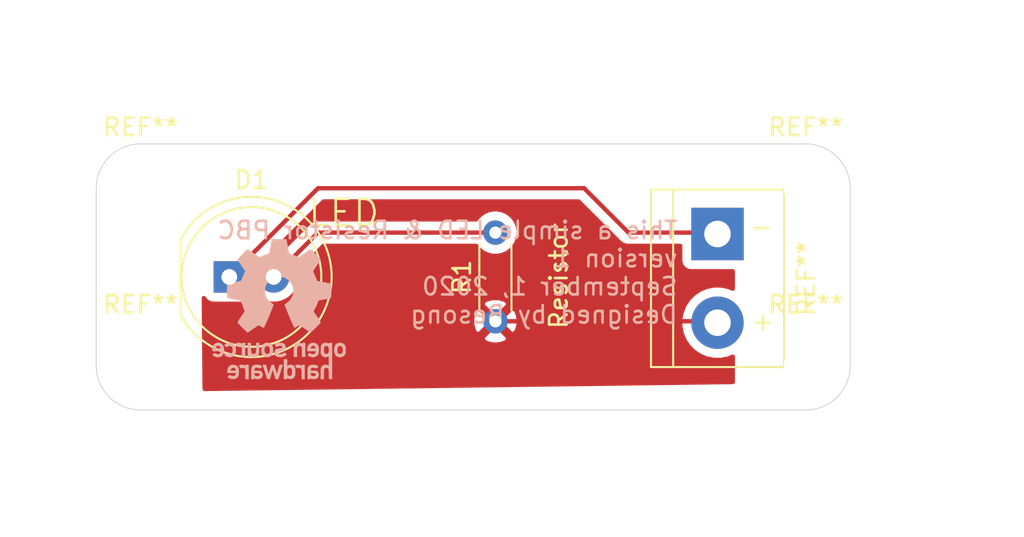
<source format=kicad_pcb>
(kicad_pcb (version 20171130) (host pcbnew "(5.1.6)-1")

  (general
    (thickness 1.6)
    (drawings 16)
    (tracks 7)
    (zones 0)
    (modules 8)
    (nets 4)
  )

  (page A4)
  (title_block
    (title "A very simple PCB")
    (date 2020-09-02)
    (rev 1.0)
    (company "Yokohama National University")
    (comment 1 "Besong J. E.")
    (comment 2 "This is my first Kicad Designer")
  )

  (layers
    (0 F.Cu signal)
    (31 B.Cu signal)
    (32 B.Adhes user)
    (33 F.Adhes user)
    (34 B.Paste user)
    (35 F.Paste user)
    (36 B.SilkS user)
    (37 F.SilkS user)
    (38 B.Mask user)
    (39 F.Mask user)
    (40 Dwgs.User user)
    (41 Cmts.User user)
    (42 Eco1.User user)
    (43 Eco2.User user)
    (44 Edge.Cuts user)
    (45 Margin user)
    (46 B.CrtYd user)
    (47 F.CrtYd user)
    (48 B.Fab user)
    (49 F.Fab user)
  )

  (setup
    (last_trace_width 0.25)
    (trace_clearance 0.2)
    (zone_clearance 0.508)
    (zone_45_only no)
    (trace_min 0.2)
    (via_size 0.8)
    (via_drill 0.4)
    (via_min_size 0.4)
    (via_min_drill 0.3)
    (uvia_size 0.3)
    (uvia_drill 0.1)
    (uvias_allowed no)
    (uvia_min_size 0.2)
    (uvia_min_drill 0.1)
    (edge_width 0.05)
    (segment_width 0.2)
    (pcb_text_width 0.3)
    (pcb_text_size 1.5 1.5)
    (mod_edge_width 0.12)
    (mod_text_size 1 1)
    (mod_text_width 0.15)
    (pad_size 3 3)
    (pad_drill 1.52)
    (pad_to_mask_clearance 0.05)
    (aux_axis_origin 0 0)
    (visible_elements 7FFFFFFF)
    (pcbplotparams
      (layerselection 0x010fc_ffffffff)
      (usegerberextensions false)
      (usegerberattributes true)
      (usegerberadvancedattributes true)
      (creategerberjobfile true)
      (excludeedgelayer true)
      (linewidth 0.100000)
      (plotframeref false)
      (viasonmask false)
      (mode 1)
      (useauxorigin false)
      (hpglpennumber 1)
      (hpglpenspeed 20)
      (hpglpendiameter 15.000000)
      (psnegative false)
      (psa4output false)
      (plotreference true)
      (plotvalue true)
      (plotinvisibletext false)
      (padsonsilk false)
      (subtractmaskfromsilk false)
      (outputformat 1)
      (mirror false)
      (drillshape 0)
      (scaleselection 1)
      (outputdirectory ""))
  )

  (net 0 "")
  (net 1 GND)
  (net 2 "Net-(D1-Pad2)")
  (net 3 +5V)

  (net_class Default "This is the default net class."
    (clearance 0.2)
    (trace_width 0.25)
    (via_dia 0.8)
    (via_drill 0.4)
    (uvia_dia 0.3)
    (uvia_drill 0.1)
    (add_net +5V)
    (add_net GND)
    (add_net "Net-(D1-Pad2)")
  )

  (module TerminalBlock:TerminalBlock_bornier-2_P5.08mm (layer F.Cu) (tedit 5F5B6B78) (tstamp 5F4F3479)
    (at 106.7 109.3 270)
    (descr "simple 2-pin terminal block, pitch 5.08mm, revamped version of bornier2")
    (tags "terminal block bornier2")
    (fp_text reference REF** (at 2.54 -5.08 90) (layer F.SilkS)
      (effects (font (size 1 1) (thickness 0.15)))
    )
    (fp_text value TerminalBlock_bornier-2_P5.08mm (at 2.54 5.08 90) (layer F.Fab)
      (effects (font (size 1 1) (thickness 0.15)))
    )
    (fp_line (start 7.79 4) (end -2.71 4) (layer F.CrtYd) (width 0.05))
    (fp_line (start 7.79 4) (end 7.79 -4) (layer F.CrtYd) (width 0.05))
    (fp_line (start -2.71 -4) (end -2.71 4) (layer F.CrtYd) (width 0.05))
    (fp_line (start -2.71 -4) (end 7.79 -4) (layer F.CrtYd) (width 0.05))
    (fp_line (start -2.54 3.81) (end 7.62 3.81) (layer F.SilkS) (width 0.12))
    (fp_line (start -2.54 -3.81) (end -2.54 3.81) (layer F.SilkS) (width 0.12))
    (fp_line (start 7.62 -3.81) (end -2.54 -3.81) (layer F.SilkS) (width 0.12))
    (fp_line (start 7.62 3.81) (end 7.62 -3.81) (layer F.SilkS) (width 0.12))
    (fp_line (start 7.62 2.54) (end -2.54 2.54) (layer F.SilkS) (width 0.12))
    (fp_line (start 7.54 -3.75) (end -2.46 -3.75) (layer F.Fab) (width 0.1))
    (fp_line (start 7.54 3.75) (end 7.54 -3.75) (layer F.Fab) (width 0.1))
    (fp_line (start -2.46 3.75) (end 7.54 3.75) (layer F.Fab) (width 0.1))
    (fp_line (start -2.46 -3.75) (end -2.46 3.75) (layer F.Fab) (width 0.1))
    (fp_line (start -2.41 2.55) (end 7.49 2.55) (layer F.Fab) (width 0.1))
    (fp_text user %R (at 2.54 0 90) (layer F.Fab)
      (effects (font (size 1 1) (thickness 0.15)))
    )
    (pad 2 thru_hole circle (at 5.08 0 270) (size 3 3) (drill 1.52) (layers *.Cu *.Mask))
    (pad 2 thru_hole rect (at 0 0 270) (size 3 3) (drill 1.52) (layers *.Cu *.Mask))
    (model ${KISYS3DMOD}/TerminalBlock.3dshapes/TerminalBlock_bornier-2_P5.08mm.wrl
      (offset (xyz 2.539999961853027 0 0))
      (scale (xyz 1 1 1))
      (rotate (xyz 0 0 0))
    )
  )

  (module LED_THT:LED_D8.0mm (layer F.Cu) (tedit 587A3A7B) (tstamp 5F4F2AE5)
    (at 78.74 111.76)
    (descr "LED, diameter 8.0mm, 2 pins, http://cdn-reichelt.de/documents/datenblatt/A500/LED8MMGE_LED8MMGN_LED8MMRT%23KIN.pdf")
    (tags "LED diameter 8.0mm 2 pins")
    (path /5F4DFD6C)
    (fp_text reference D1 (at 1.27 -5.56) (layer F.SilkS)
      (effects (font (size 1 1) (thickness 0.15)))
    )
    (fp_text value LED (at 1.27 5.56) (layer F.Fab)
      (effects (font (size 1 1) (thickness 0.15)))
    )
    (fp_circle (center 1.27 0) (end 5.27 0) (layer F.Fab) (width 0.1))
    (fp_circle (center 1.27 0) (end 5.27 0) (layer F.SilkS) (width 0.12))
    (fp_line (start -2.73 -2.061553) (end -2.73 2.061553) (layer F.Fab) (width 0.1))
    (fp_line (start -2.79 -2.142) (end -2.79 2.142) (layer F.SilkS) (width 0.12))
    (fp_line (start -3.55 -4.85) (end -3.55 4.85) (layer F.CrtYd) (width 0.05))
    (fp_line (start -3.55 4.85) (end 6.1 4.85) (layer F.CrtYd) (width 0.05))
    (fp_line (start 6.1 4.85) (end 6.1 -4.85) (layer F.CrtYd) (width 0.05))
    (fp_line (start 6.1 -4.85) (end -3.55 -4.85) (layer F.CrtYd) (width 0.05))
    (fp_arc (start 1.27 0) (end -2.73 -2.061553) (angle 305.5) (layer F.Fab) (width 0.1))
    (fp_arc (start 1.27 0) (end -2.79 -2.141145) (angle 152.2) (layer F.SilkS) (width 0.12))
    (fp_arc (start 1.27 0) (end -2.79 2.141145) (angle -152.2) (layer F.SilkS) (width 0.12))
    (pad 1 thru_hole rect (at 0 0) (size 1.8 1.8) (drill 0.9) (layers *.Cu *.Mask)
      (net 1 GND))
    (pad 2 thru_hole circle (at 2.54 0) (size 1.8 1.8) (drill 0.9) (layers *.Cu *.Mask)
      (net 2 "Net-(D1-Pad2)"))
    (model ${KISYS3DMOD}/LED_THT.3dshapes/LED_D8.0mm.wrl
      (at (xyz 0 0 0))
      (scale (xyz 1 1 1))
      (rotate (xyz 0 0 0))
    )
  )

  (module Resistor_THT:R_Axial_DIN0204_L3.6mm_D1.6mm_P5.08mm_Horizontal (layer F.Cu) (tedit 5AE5139B) (tstamp 5F4F2B17)
    (at 93.98 114.3 90)
    (descr "Resistor, Axial_DIN0204 series, Axial, Horizontal, pin pitch=5.08mm, 0.167W, length*diameter=3.6*1.6mm^2, http://cdn-reichelt.de/documents/datenblatt/B400/1_4W%23YAG.pdf")
    (tags "Resistor Axial_DIN0204 series Axial Horizontal pin pitch 5.08mm 0.167W length 3.6mm diameter 1.6mm")
    (path /5F4F05E5)
    (fp_text reference R1 (at 2.54 -1.92 90) (layer F.SilkS)
      (effects (font (size 1 1) (thickness 0.15)))
    )
    (fp_text value R (at 2.54 1.92 90) (layer F.Fab)
      (effects (font (size 1 1) (thickness 0.15)))
    )
    (fp_line (start 0.74 -0.8) (end 0.74 0.8) (layer F.Fab) (width 0.1))
    (fp_line (start 0.74 0.8) (end 4.34 0.8) (layer F.Fab) (width 0.1))
    (fp_line (start 4.34 0.8) (end 4.34 -0.8) (layer F.Fab) (width 0.1))
    (fp_line (start 4.34 -0.8) (end 0.74 -0.8) (layer F.Fab) (width 0.1))
    (fp_line (start 0 0) (end 0.74 0) (layer F.Fab) (width 0.1))
    (fp_line (start 5.08 0) (end 4.34 0) (layer F.Fab) (width 0.1))
    (fp_line (start 0.62 -0.92) (end 4.46 -0.92) (layer F.SilkS) (width 0.12))
    (fp_line (start 0.62 0.92) (end 4.46 0.92) (layer F.SilkS) (width 0.12))
    (fp_line (start -0.95 -1.05) (end -0.95 1.05) (layer F.CrtYd) (width 0.05))
    (fp_line (start -0.95 1.05) (end 6.03 1.05) (layer F.CrtYd) (width 0.05))
    (fp_line (start 6.03 1.05) (end 6.03 -1.05) (layer F.CrtYd) (width 0.05))
    (fp_line (start 6.03 -1.05) (end -0.95 -1.05) (layer F.CrtYd) (width 0.05))
    (fp_text user %R (at 2.54 0 90) (layer F.Fab)
      (effects (font (size 0.72 0.72) (thickness 0.108)))
    )
    (pad 1 thru_hole circle (at 0 0 90) (size 1.4 1.4) (drill 0.7) (layers *.Cu *.Mask)
      (net 3 +5V))
    (pad 2 thru_hole oval (at 5.08 0 90) (size 1.4 1.4) (drill 0.7) (layers *.Cu *.Mask)
      (net 2 "Net-(D1-Pad2)"))
    (model ${KISYS3DMOD}/Resistor_THT.3dshapes/R_Axial_DIN0204_L3.6mm_D1.6mm_P5.08mm_Horizontal.wrl
      (at (xyz 0 0 0))
      (scale (xyz 1 1 1))
      (rotate (xyz 0 0 0))
    )
  )

  (module MountingHole:MountingHole_2.5mm (layer F.Cu) (tedit 56D1B4CB) (tstamp 5F4F472D)
    (at 73.66 116.84)
    (descr "Mounting Hole 2.5mm, no annular")
    (tags "mounting hole 2.5mm no annular")
    (attr virtual)
    (fp_text reference REF** (at 0 -3.5) (layer F.SilkS)
      (effects (font (size 1 1) (thickness 0.15)))
    )
    (fp_text value MountingHole_2.5mm (at 0 3.5) (layer F.Fab)
      (effects (font (size 1 1) (thickness 0.15)))
    )
    (fp_circle (center 0 0) (end 2.75 0) (layer F.CrtYd) (width 0.05))
    (fp_circle (center 0 0) (end 2.5 0) (layer Cmts.User) (width 0.15))
    (fp_text user %R (at 0.3 0) (layer F.Fab)
      (effects (font (size 1 1) (thickness 0.15)))
    )
    (pad 1 np_thru_hole circle (at 0 0) (size 2.5 2.5) (drill 2.5) (layers *.Cu *.Mask))
  )

  (module MountingHole:MountingHole_2.5mm (layer F.Cu) (tedit 56D1B4CB) (tstamp 5F4F4985)
    (at 73.66 106.68)
    (descr "Mounting Hole 2.5mm, no annular")
    (tags "mounting hole 2.5mm no annular")
    (attr virtual)
    (fp_text reference REF** (at 0 -3.5) (layer F.SilkS)
      (effects (font (size 1 1) (thickness 0.15)))
    )
    (fp_text value MountingHole_2.5mm (at 0 3.5) (layer F.Fab)
      (effects (font (size 1 1) (thickness 0.15)))
    )
    (fp_circle (center 0 0) (end 2.75 0) (layer F.CrtYd) (width 0.05))
    (fp_circle (center 0 0) (end 2.5 0) (layer Cmts.User) (width 0.15))
    (fp_text user %R (at 0.3 0) (layer F.Fab)
      (effects (font (size 1 1) (thickness 0.15)))
    )
    (pad 1 np_thru_hole circle (at 0 0) (size 2.5 2.5) (drill 2.5) (layers *.Cu *.Mask))
  )

  (module MountingHole:MountingHole_2.5mm (layer F.Cu) (tedit 56D1B4CB) (tstamp 5F4F4B54)
    (at 111.76 106.68)
    (descr "Mounting Hole 2.5mm, no annular")
    (tags "mounting hole 2.5mm no annular")
    (attr virtual)
    (fp_text reference REF** (at 0 -3.5) (layer F.SilkS)
      (effects (font (size 1 1) (thickness 0.15)))
    )
    (fp_text value MountingHole_2.5mm (at 0 3.5) (layer F.Fab)
      (effects (font (size 1 1) (thickness 0.15)))
    )
    (fp_circle (center 0 0) (end 2.75 0) (layer F.CrtYd) (width 0.05))
    (fp_circle (center 0 0) (end 2.5 0) (layer Cmts.User) (width 0.15))
    (fp_text user %R (at 0.3 0) (layer F.Fab)
      (effects (font (size 1 1) (thickness 0.15)))
    )
    (pad 1 np_thru_hole circle (at 0 0) (size 2.5 2.5) (drill 2.5) (layers *.Cu *.Mask))
  )

  (module MountingHole:MountingHole_2.5mm (layer F.Cu) (tedit 56D1B4CB) (tstamp 5F4F4CD6)
    (at 111.76 116.84)
    (descr "Mounting Hole 2.5mm, no annular")
    (tags "mounting hole 2.5mm no annular")
    (attr virtual)
    (fp_text reference REF** (at 0 -3.5) (layer F.SilkS)
      (effects (font (size 1 1) (thickness 0.15)))
    )
    (fp_text value MountingHole_2.5mm (at 0 3.5) (layer F.Fab)
      (effects (font (size 1 1) (thickness 0.15)))
    )
    (fp_circle (center 0 0) (end 2.75 0) (layer F.CrtYd) (width 0.05))
    (fp_circle (center 0 0) (end 2.5 0) (layer Cmts.User) (width 0.15))
    (fp_text user %R (at 0.3 0) (layer F.Fab)
      (effects (font (size 1 1) (thickness 0.15)))
    )
    (pad 1 np_thru_hole circle (at 0 0) (size 2.5 2.5) (drill 2.5) (layers *.Cu *.Mask))
  )

  (module Symbol:OSHW-Logo_7.5x8mm_SilkScreen (layer B.Cu) (tedit 0) (tstamp 5F4F75EB)
    (at 81.6 113.6 180)
    (descr "Open Source Hardware Logo")
    (tags "Logo OSHW")
    (attr virtual)
    (fp_text reference REF** (at 0 0 180) (layer B.SilkS) hide
      (effects (font (size 1 1) (thickness 0.15)) (justify mirror))
    )
    (fp_text value OSHW-Logo_7.5x8mm_SilkScreen (at 0.75 0 180) (layer B.Fab) hide
      (effects (font (size 1 1) (thickness 0.15)) (justify mirror))
    )
    (fp_poly (pts (xy 0.500964 3.601424) (xy 0.576513 3.200678) (xy 1.134041 2.970846) (xy 1.468465 3.198252)
      (xy 1.562122 3.261569) (xy 1.646782 3.318104) (xy 1.718495 3.365273) (xy 1.773311 3.400498)
      (xy 1.80728 3.421195) (xy 1.81653 3.425658) (xy 1.833195 3.41418) (xy 1.868806 3.382449)
      (xy 1.919371 3.334517) (xy 1.9809 3.274438) (xy 2.049399 3.206267) (xy 2.120879 3.134055)
      (xy 2.191347 3.061858) (xy 2.256811 2.993727) (xy 2.31328 2.933717) (xy 2.356763 2.885881)
      (xy 2.383268 2.854273) (xy 2.389605 2.843695) (xy 2.380486 2.824194) (xy 2.35492 2.781469)
      (xy 2.315597 2.719702) (xy 2.265203 2.643069) (xy 2.206427 2.555752) (xy 2.172368 2.505948)
      (xy 2.110289 2.415007) (xy 2.055126 2.332941) (xy 2.009554 2.263837) (xy 1.97625 2.211778)
      (xy 1.95789 2.18085) (xy 1.955131 2.17435) (xy 1.961385 2.155879) (xy 1.978434 2.112828)
      (xy 2.003703 2.051251) (xy 2.034622 1.977201) (xy 2.068618 1.89673) (xy 2.103118 1.815893)
      (xy 2.135551 1.740742) (xy 2.163343 1.677329) (xy 2.183923 1.631707) (xy 2.194719 1.609931)
      (xy 2.195356 1.609074) (xy 2.212307 1.604916) (xy 2.257451 1.595639) (xy 2.32611 1.582156)
      (xy 2.413602 1.565379) (xy 2.51525 1.546219) (xy 2.574556 1.53517) (xy 2.683172 1.51449)
      (xy 2.781277 1.494811) (xy 2.863909 1.477211) (xy 2.926104 1.462767) (xy 2.962899 1.452554)
      (xy 2.970296 1.449314) (xy 2.97754 1.427383) (xy 2.983385 1.377853) (xy 2.987835 1.306515)
      (xy 2.990893 1.219161) (xy 2.992565 1.121583) (xy 2.992853 1.019574) (xy 2.991761 0.918925)
      (xy 2.989294 0.825428) (xy 2.985456 0.744875) (xy 2.98025 0.683058) (xy 2.973681 0.64577)
      (xy 2.969741 0.638007) (xy 2.946188 0.628702) (xy 2.896282 0.6154) (xy 2.826623 0.599663)
      (xy 2.743813 0.583054) (xy 2.714905 0.577681) (xy 2.575531 0.552152) (xy 2.465436 0.531592)
      (xy 2.380982 0.515185) (xy 2.31853 0.502113) (xy 2.274444 0.491559) (xy 2.245085 0.482706)
      (xy 2.226815 0.474737) (xy 2.215998 0.466835) (xy 2.214485 0.465273) (xy 2.199377 0.440114)
      (xy 2.176329 0.39115) (xy 2.147644 0.324379) (xy 2.115622 0.245795) (xy 2.082565 0.161393)
      (xy 2.050773 0.07717) (xy 2.022549 -0.000879) (xy 2.000193 -0.066759) (xy 1.986007 -0.114473)
      (xy 1.982293 -0.138027) (xy 1.982602 -0.138852) (xy 1.995189 -0.158104) (xy 2.023744 -0.200463)
      (xy 2.065267 -0.261521) (xy 2.116756 -0.336868) (xy 2.175211 -0.422096) (xy 2.191858 -0.446315)
      (xy 2.251215 -0.534123) (xy 2.303447 -0.614238) (xy 2.345708 -0.682062) (xy 2.375153 -0.732993)
      (xy 2.388937 -0.762431) (xy 2.389605 -0.766048) (xy 2.378024 -0.785057) (xy 2.346024 -0.822714)
      (xy 2.297718 -0.874973) (xy 2.23722 -0.937786) (xy 2.168644 -1.007106) (xy 2.096104 -1.078885)
      (xy 2.023712 -1.149077) (xy 1.955584 -1.213635) (xy 1.895832 -1.26851) (xy 1.848571 -1.309656)
      (xy 1.817913 -1.333026) (xy 1.809432 -1.336842) (xy 1.789691 -1.327855) (xy 1.749274 -1.303616)
      (xy 1.694763 -1.268209) (xy 1.652823 -1.239711) (xy 1.576829 -1.187418) (xy 1.486834 -1.125845)
      (xy 1.396564 -1.06437) (xy 1.348032 -1.031469) (xy 1.183762 -0.920359) (xy 1.045869 -0.994916)
      (xy 0.983049 -1.027578) (xy 0.929629 -1.052966) (xy 0.893484 -1.067446) (xy 0.884284 -1.06946)
      (xy 0.873221 -1.054584) (xy 0.851394 -1.012547) (xy 0.820434 -0.947227) (xy 0.78197 -0.8625)
      (xy 0.737632 -0.762245) (xy 0.689047 -0.650339) (xy 0.637846 -0.530659) (xy 0.585659 -0.407084)
      (xy 0.534113 -0.283491) (xy 0.48484 -0.163757) (xy 0.439467 -0.051759) (xy 0.399625 0.048623)
      (xy 0.366942 0.133514) (xy 0.343049 0.199035) (xy 0.329574 0.24131) (xy 0.327406 0.255828)
      (xy 0.344583 0.274347) (xy 0.38219 0.30441) (xy 0.432366 0.339768) (xy 0.436578 0.342566)
      (xy 0.566264 0.446375) (xy 0.670834 0.567485) (xy 0.749381 0.702024) (xy 0.800999 0.846118)
      (xy 0.824782 0.995895) (xy 0.819823 1.147483) (xy 0.785217 1.297008) (xy 0.720057 1.4406)
      (xy 0.700886 1.472016) (xy 0.601174 1.598875) (xy 0.483377 1.700745) (xy 0.351571 1.777096)
      (xy 0.209833 1.827398) (xy 0.062242 1.851121) (xy -0.087127 1.847735) (xy -0.234197 1.816712)
      (xy -0.374889 1.75752) (xy -0.505127 1.669631) (xy -0.545414 1.633958) (xy -0.647945 1.522294)
      (xy -0.722659 1.404743) (xy -0.77391 1.27298) (xy -0.802454 1.142493) (xy -0.8095 0.995784)
      (xy -0.786004 0.848347) (xy -0.734351 0.705166) (xy -0.656929 0.571223) (xy -0.556125 0.451502)
      (xy -0.434324 0.350986) (xy -0.418316 0.340391) (xy -0.367602 0.305694) (xy -0.32905 0.27563)
      (xy -0.310619 0.256435) (xy -0.310351 0.255828) (xy -0.314308 0.235064) (xy -0.329993 0.187938)
      (xy -0.355778 0.118327) (xy -0.390031 0.030107) (xy -0.431123 -0.072844) (xy -0.477424 -0.18665)
      (xy -0.527304 -0.307435) (xy -0.579133 -0.431321) (xy -0.631281 -0.554432) (xy -0.682118 -0.672891)
      (xy -0.730013 -0.782823) (xy -0.773338 -0.880349) (xy -0.810462 -0.961593) (xy -0.839756 -1.022679)
      (xy -0.859588 -1.05973) (xy -0.867574 -1.06946) (xy -0.891979 -1.061883) (xy -0.937642 -1.04156)
      (xy -0.99669 -1.012125) (xy -1.02916 -0.994916) (xy -1.167053 -0.920359) (xy -1.331323 -1.031469)
      (xy -1.415179 -1.08839) (xy -1.506987 -1.15103) (xy -1.59302 -1.210011) (xy -1.636113 -1.239711)
      (xy -1.696723 -1.28041) (xy -1.748045 -1.312663) (xy -1.783385 -1.332384) (xy -1.794863 -1.336554)
      (xy -1.81157 -1.325307) (xy -1.848546 -1.293911) (xy -1.902205 -1.245624) (xy -1.968962 -1.183708)
      (xy -2.045234 -1.111421) (xy -2.093473 -1.065008) (xy -2.177867 -0.982087) (xy -2.250803 -0.90792)
      (xy -2.309331 -0.84568) (xy -2.350503 -0.798541) (xy -2.371372 -0.769673) (xy -2.373374 -0.763815)
      (xy -2.364083 -0.741532) (xy -2.338409 -0.696477) (xy -2.2992 -0.633211) (xy -2.249303 -0.556295)
      (xy -2.191567 -0.470292) (xy -2.175149 -0.446315) (xy -2.115323 -0.35917) (xy -2.06165 -0.28071)
      (xy -2.01713 -0.215345) (xy -1.984765 -0.167484) (xy -1.967555 -0.141535) (xy -1.965893 -0.138852)
      (xy -1.968379 -0.118172) (xy -1.981577 -0.072704) (xy -2.003186 -0.008444) (xy -2.030904 0.068613)
      (xy -2.06243 0.152471) (xy -2.095463 0.237134) (xy -2.127701 0.316608) (xy -2.156843 0.384896)
      (xy -2.180588 0.436003) (xy -2.196635 0.463933) (xy -2.197775 0.465273) (xy -2.207588 0.473255)
      (xy -2.224161 0.481149) (xy -2.251132 0.489771) (xy -2.292139 0.499938) (xy -2.35082 0.512469)
      (xy -2.430813 0.528179) (xy -2.535755 0.547887) (xy -2.669285 0.572408) (xy -2.698196 0.577681)
      (xy -2.783882 0.594236) (xy -2.858582 0.610431) (xy -2.915694 0.624704) (xy -2.948617 0.635492)
      (xy -2.953031 0.638007) (xy -2.960306 0.660304) (xy -2.966219 0.710131) (xy -2.970766 0.781696)
      (xy -2.973945 0.869207) (xy -2.975749 0.966872) (xy -2.976177 1.068899) (xy -2.975223 1.169497)
      (xy -2.972884 1.262873) (xy -2.969156 1.343235) (xy -2.964034 1.404791) (xy -2.957516 1.44175)
      (xy -2.953586 1.449314) (xy -2.931708 1.456944) (xy -2.881891 1.469358) (xy -2.809097 1.485478)
      (xy -2.718289 1.504227) (xy -2.614431 1.524529) (xy -2.557846 1.53517) (xy -2.450486 1.55524)
      (xy -2.354746 1.57342) (xy -2.275306 1.588801) (xy -2.216846 1.600469) (xy -2.184045 1.607512)
      (xy -2.178646 1.609074) (xy -2.169522 1.626678) (xy -2.150235 1.669082) (xy -2.123355 1.730228)
      (xy -2.091454 1.804057) (xy -2.057102 1.884511) (xy -2.022871 1.965532) (xy -1.991331 2.041063)
      (xy -1.965054 2.105045) (xy -1.946611 2.15142) (xy -1.938571 2.174131) (xy -1.938422 2.175124)
      (xy -1.947535 2.193039) (xy -1.973086 2.234267) (xy -2.012388 2.294709) (xy -2.062757 2.370269)
      (xy -2.121506 2.456848) (xy -2.155658 2.506579) (xy -2.21789 2.597764) (xy -2.273164 2.680551)
      (xy -2.318782 2.750751) (xy -2.352048 2.804176) (xy -2.370264 2.836639) (xy -2.372895 2.843917)
      (xy -2.361586 2.860855) (xy -2.330319 2.897022) (xy -2.28309 2.948365) (xy -2.223892 3.010833)
      (xy -2.156719 3.080374) (xy -2.085566 3.152935) (xy -2.014426 3.224465) (xy -1.947293 3.290913)
      (xy -1.888161 3.348226) (xy -1.841025 3.392353) (xy -1.809877 3.419241) (xy -1.799457 3.425658)
      (xy -1.782491 3.416635) (xy -1.741911 3.391285) (xy -1.681663 3.35219) (xy -1.605693 3.301929)
      (xy -1.517946 3.243083) (xy -1.451756 3.198252) (xy -1.117332 2.970846) (xy -0.838567 3.085762)
      (xy -0.559803 3.200678) (xy -0.484254 3.601424) (xy -0.408706 4.002171) (xy 0.425415 4.002171)
      (xy 0.500964 3.601424)) (layer B.SilkS) (width 0.01))
    (fp_poly (pts (xy 2.391388 -1.937645) (xy 2.448865 -1.955206) (xy 2.485872 -1.977395) (xy 2.497927 -1.994942)
      (xy 2.494609 -2.015742) (xy 2.473079 -2.048419) (xy 2.454874 -2.071562) (xy 2.417344 -2.113402)
      (xy 2.389148 -2.131005) (xy 2.365111 -2.129856) (xy 2.293808 -2.11171) (xy 2.241442 -2.112534)
      (xy 2.198918 -2.133098) (xy 2.184642 -2.145134) (xy 2.138947 -2.187483) (xy 2.138947 -2.740526)
      (xy 1.955131 -2.740526) (xy 1.955131 -1.938421) (xy 2.047039 -1.938421) (xy 2.102219 -1.940603)
      (xy 2.130688 -1.948351) (xy 2.138943 -1.963468) (xy 2.138947 -1.963916) (xy 2.142845 -1.979749)
      (xy 2.160474 -1.977684) (xy 2.184901 -1.966261) (xy 2.23535 -1.945005) (xy 2.276316 -1.932216)
      (xy 2.329028 -1.928938) (xy 2.391388 -1.937645)) (layer B.SilkS) (width 0.01))
    (fp_poly (pts (xy -1.002043 -1.952226) (xy -0.960454 -1.97209) (xy -0.920175 -2.000784) (xy -0.88949 -2.033809)
      (xy -0.867139 -2.075931) (xy -0.851864 -2.131915) (xy -0.842408 -2.206528) (xy -0.837513 -2.304535)
      (xy -0.835919 -2.430702) (xy -0.835894 -2.443914) (xy -0.835527 -2.740526) (xy -1.019343 -2.740526)
      (xy -1.019343 -2.467081) (xy -1.019473 -2.365777) (xy -1.020379 -2.292353) (xy -1.022827 -2.241271)
      (xy -1.027586 -2.20699) (xy -1.035426 -2.183971) (xy -1.047115 -2.166673) (xy -1.063398 -2.149581)
      (xy -1.120366 -2.112857) (xy -1.182555 -2.106042) (xy -1.241801 -2.129261) (xy -1.262405 -2.146543)
      (xy -1.27753 -2.162791) (xy -1.28839 -2.180191) (xy -1.29569 -2.204212) (xy -1.300137 -2.240322)
      (xy -1.302436 -2.293988) (xy -1.303296 -2.37068) (xy -1.303422 -2.464043) (xy -1.303422 -2.740526)
      (xy -1.487237 -2.740526) (xy -1.487237 -1.938421) (xy -1.395329 -1.938421) (xy -1.340149 -1.940603)
      (xy -1.31168 -1.948351) (xy -1.303425 -1.963468) (xy -1.303422 -1.963916) (xy -1.299592 -1.97872)
      (xy -1.282699 -1.97704) (xy -1.249112 -1.960773) (xy -1.172937 -1.93684) (xy -1.0858 -1.934178)
      (xy -1.002043 -1.952226)) (layer B.SilkS) (width 0.01))
    (fp_poly (pts (xy 3.558784 -1.935554) (xy 3.601574 -1.945949) (xy 3.683609 -1.984013) (xy 3.753757 -2.042149)
      (xy 3.802305 -2.111852) (xy 3.808975 -2.127502) (xy 3.818124 -2.168496) (xy 3.824529 -2.229138)
      (xy 3.82671 -2.29043) (xy 3.82671 -2.406316) (xy 3.584407 -2.406316) (xy 3.484471 -2.406693)
      (xy 3.414069 -2.408987) (xy 3.369313 -2.414938) (xy 3.346315 -2.426285) (xy 3.341189 -2.444771)
      (xy 3.350048 -2.472136) (xy 3.365917 -2.504155) (xy 3.410184 -2.557592) (xy 3.471699 -2.584215)
      (xy 3.546885 -2.583347) (xy 3.632053 -2.554371) (xy 3.705659 -2.518611) (xy 3.766734 -2.566904)
      (xy 3.82781 -2.615197) (xy 3.770351 -2.668285) (xy 3.693641 -2.718445) (xy 3.599302 -2.748688)
      (xy 3.497827 -2.757151) (xy 3.399711 -2.741974) (xy 3.383881 -2.736824) (xy 3.297647 -2.691791)
      (xy 3.233501 -2.624652) (xy 3.190091 -2.533405) (xy 3.166064 -2.416044) (xy 3.165784 -2.413529)
      (xy 3.163633 -2.285627) (xy 3.172329 -2.239997) (xy 3.342105 -2.239997) (xy 3.357697 -2.247013)
      (xy 3.400029 -2.252388) (xy 3.462434 -2.255457) (xy 3.501981 -2.255921) (xy 3.575728 -2.25563)
      (xy 3.62184 -2.253783) (xy 3.6461 -2.248912) (xy 3.654294 -2.239555) (xy 3.652206 -2.224245)
      (xy 3.650455 -2.218322) (xy 3.62056 -2.162668) (xy 3.573542 -2.117815) (xy 3.532049 -2.098105)
      (xy 3.476926 -2.099295) (xy 3.421068 -2.123875) (xy 3.374212 -2.16457) (xy 3.346094 -2.214108)
      (xy 3.342105 -2.239997) (xy 3.172329 -2.239997) (xy 3.185074 -2.173133) (xy 3.227611 -2.078727)
      (xy 3.288747 -2.005088) (xy 3.365985 -1.954893) (xy 3.45683 -1.930822) (xy 3.558784 -1.935554)) (layer B.SilkS) (width 0.01))
    (fp_poly (pts (xy 2.946576 -1.945419) (xy 3.043395 -1.986549) (xy 3.07389 -2.006571) (xy 3.112865 -2.03734)
      (xy 3.137331 -2.061533) (xy 3.141578 -2.069413) (xy 3.129584 -2.086899) (xy 3.098887 -2.11657)
      (xy 3.074312 -2.137279) (xy 3.007046 -2.191336) (xy 2.95393 -2.146642) (xy 2.912884 -2.117789)
      (xy 2.872863 -2.107829) (xy 2.827059 -2.110261) (xy 2.754324 -2.128345) (xy 2.704256 -2.165881)
      (xy 2.673829 -2.226562) (xy 2.660017 -2.314081) (xy 2.660013 -2.314136) (xy 2.661208 -2.411958)
      (xy 2.679772 -2.48373) (xy 2.716804 -2.532595) (xy 2.74205 -2.549143) (xy 2.809097 -2.569749)
      (xy 2.880709 -2.569762) (xy 2.943015 -2.549768) (xy 2.957763 -2.54) (xy 2.99475 -2.515047)
      (xy 3.023668 -2.510958) (xy 3.054856 -2.52953) (xy 3.089336 -2.562887) (xy 3.143912 -2.619196)
      (xy 3.083318 -2.669142) (xy 2.989698 -2.725513) (xy 2.884125 -2.753293) (xy 2.773798 -2.751282)
      (xy 2.701343 -2.732862) (xy 2.616656 -2.68731) (xy 2.548927 -2.61565) (xy 2.518157 -2.565066)
      (xy 2.493236 -2.492488) (xy 2.480766 -2.400569) (xy 2.48067 -2.300948) (xy 2.49287 -2.205267)
      (xy 2.51729 -2.125169) (xy 2.521136 -2.116956) (xy 2.578093 -2.036413) (xy 2.655209 -1.977771)
      (xy 2.74639 -1.942247) (xy 2.845543 -1.931057) (xy 2.946576 -1.945419)) (layer B.SilkS) (width 0.01))
    (fp_poly (pts (xy 1.320131 -2.198533) (xy 1.32171 -2.321089) (xy 1.327481 -2.414179) (xy 1.338991 -2.481651)
      (xy 1.35779 -2.527355) (xy 1.385426 -2.555139) (xy 1.423448 -2.568854) (xy 1.470526 -2.572358)
      (xy 1.519832 -2.568432) (xy 1.557283 -2.554089) (xy 1.584428 -2.525478) (xy 1.602815 -2.478751)
      (xy 1.613993 -2.410058) (xy 1.619511 -2.31555) (xy 1.620921 -2.198533) (xy 1.620921 -1.938421)
      (xy 1.804736 -1.938421) (xy 1.804736 -2.740526) (xy 1.712828 -2.740526) (xy 1.657422 -2.738281)
      (xy 1.628891 -2.730396) (xy 1.620921 -2.715428) (xy 1.61612 -2.702097) (xy 1.597014 -2.704917)
      (xy 1.558504 -2.723783) (xy 1.470239 -2.752887) (xy 1.376623 -2.750825) (xy 1.286921 -2.719221)
      (xy 1.244204 -2.694257) (xy 1.211621 -2.667226) (xy 1.187817 -2.633405) (xy 1.171439 -2.588068)
      (xy 1.161131 -2.526489) (xy 1.155541 -2.443943) (xy 1.153312 -2.335705) (xy 1.153026 -2.252004)
      (xy 1.153026 -1.938421) (xy 1.320131 -1.938421) (xy 1.320131 -2.198533)) (layer B.SilkS) (width 0.01))
    (fp_poly (pts (xy 0.811669 -1.94831) (xy 0.896192 -1.99434) (xy 0.962321 -2.067006) (xy 0.993478 -2.126106)
      (xy 1.006855 -2.178305) (xy 1.015522 -2.252719) (xy 1.019237 -2.338442) (xy 1.017754 -2.424569)
      (xy 1.010831 -2.500193) (xy 1.002745 -2.540584) (xy 0.975465 -2.59584) (xy 0.92822 -2.65453)
      (xy 0.871282 -2.705852) (xy 0.814924 -2.739005) (xy 0.81355 -2.739531) (xy 0.743616 -2.754018)
      (xy 0.660737 -2.754377) (xy 0.581977 -2.741188) (xy 0.551566 -2.730617) (xy 0.473239 -2.686201)
      (xy 0.417143 -2.628007) (xy 0.380286 -2.550965) (xy 0.35968 -2.450001) (xy 0.355018 -2.397116)
      (xy 0.355613 -2.330663) (xy 0.534736 -2.330663) (xy 0.54077 -2.42763) (xy 0.558138 -2.501523)
      (xy 0.58574 -2.548736) (xy 0.605404 -2.562237) (xy 0.655787 -2.571651) (xy 0.715673 -2.568864)
      (xy 0.767449 -2.555316) (xy 0.781027 -2.547862) (xy 0.816849 -2.504451) (xy 0.840493 -2.438014)
      (xy 0.850558 -2.357161) (xy 0.845642 -2.270502) (xy 0.834655 -2.218349) (xy 0.803109 -2.157951)
      (xy 0.753311 -2.120197) (xy 0.693337 -2.107143) (xy 0.631264 -2.120849) (xy 0.583582 -2.154372)
      (xy 0.558525 -2.182031) (xy 0.5439 -2.209294) (xy 0.536929 -2.24619) (xy 0.534833 -2.30275)
      (xy 0.534736 -2.330663) (xy 0.355613 -2.330663) (xy 0.356282 -2.255994) (xy 0.379265 -2.140271)
      (xy 0.423972 -2.049941) (xy 0.490405 -1.985) (xy 0.578565 -1.945445) (xy 0.597495 -1.940858)
      (xy 0.711266 -1.93009) (xy 0.811669 -1.94831)) (layer B.SilkS) (width 0.01))
    (fp_poly (pts (xy 0.018628 -1.935547) (xy 0.081908 -1.947548) (xy 0.147557 -1.972648) (xy 0.154572 -1.975848)
      (xy 0.204356 -2.002026) (xy 0.238834 -2.026353) (xy 0.249978 -2.041937) (xy 0.239366 -2.067353)
      (xy 0.213588 -2.104853) (xy 0.202146 -2.118852) (xy 0.154992 -2.173954) (xy 0.094201 -2.138086)
      (xy 0.036347 -2.114192) (xy -0.0305 -2.10142) (xy -0.094606 -2.100613) (xy -0.144236 -2.112615)
      (xy -0.156146 -2.120105) (xy -0.178828 -2.15445) (xy -0.181584 -2.194013) (xy -0.164612 -2.22492)
      (xy -0.154573 -2.230913) (xy -0.12449 -2.238357) (xy -0.071611 -2.247106) (xy -0.006425 -2.255467)
      (xy 0.0056 -2.256778) (xy 0.110297 -2.274888) (xy 0.186232 -2.305651) (xy 0.236592 -2.351907)
      (xy 0.264564 -2.416497) (xy 0.273278 -2.495387) (xy 0.26124 -2.585065) (xy 0.222151 -2.655486)
      (xy 0.155855 -2.706777) (xy 0.062194 -2.739067) (xy -0.041777 -2.751807) (xy -0.126562 -2.751654)
      (xy -0.195335 -2.740083) (xy -0.242303 -2.724109) (xy -0.30165 -2.696275) (xy -0.356494 -2.663973)
      (xy -0.375987 -2.649755) (xy -0.426119 -2.608835) (xy -0.305197 -2.486477) (xy -0.236457 -2.531967)
      (xy -0.167512 -2.566133) (xy -0.093889 -2.584004) (xy -0.023117 -2.585889) (xy 0.037274 -2.572101)
      (xy 0.079757 -2.542949) (xy 0.093474 -2.518352) (xy 0.091417 -2.478904) (xy 0.05733 -2.448737)
      (xy -0.008692 -2.427906) (xy -0.081026 -2.418279) (xy -0.192348 -2.39991) (xy -0.275048 -2.365254)
      (xy -0.330235 -2.313297) (xy -0.359012 -2.243023) (xy -0.362999 -2.159707) (xy -0.343307 -2.072681)
      (xy -0.298411 -2.006902) (xy -0.227909 -1.962068) (xy -0.131399 -1.937879) (xy -0.0599 -1.933137)
      (xy 0.018628 -1.935547)) (layer B.SilkS) (width 0.01))
    (fp_poly (pts (xy -1.802982 -1.957027) (xy -1.78633 -1.964866) (xy -1.728695 -2.007086) (xy -1.674195 -2.0687)
      (xy -1.633501 -2.136543) (xy -1.621926 -2.167734) (xy -1.611366 -2.223449) (xy -1.605069 -2.290781)
      (xy -1.604304 -2.318585) (xy -1.604211 -2.406316) (xy -2.10915 -2.406316) (xy -2.098387 -2.45227)
      (xy -2.071967 -2.50662) (xy -2.025778 -2.553591) (xy -1.970828 -2.583848) (xy -1.935811 -2.590131)
      (xy -1.888323 -2.582506) (xy -1.831665 -2.563383) (xy -1.812418 -2.554584) (xy -1.741241 -2.519036)
      (xy -1.680498 -2.565367) (xy -1.645448 -2.596703) (xy -1.626798 -2.622567) (xy -1.625853 -2.630158)
      (xy -1.642515 -2.648556) (xy -1.67903 -2.676515) (xy -1.712172 -2.698327) (xy -1.801607 -2.737537)
      (xy -1.901871 -2.755285) (xy -2.001246 -2.75067) (xy -2.080461 -2.726551) (xy -2.16212 -2.674884)
      (xy -2.220151 -2.606856) (xy -2.256454 -2.518843) (xy -2.272928 -2.407216) (xy -2.274389 -2.356138)
      (xy -2.268543 -2.239091) (xy -2.267825 -2.235686) (xy -2.100511 -2.235686) (xy -2.095903 -2.246662)
      (xy -2.076964 -2.252715) (xy -2.037902 -2.25531) (xy -1.972923 -2.25591) (xy -1.947903 -2.255921)
      (xy -1.871779 -2.255014) (xy -1.823504 -2.25172) (xy -1.79754 -2.245181) (xy -1.788352 -2.234537)
      (xy -1.788027 -2.231119) (xy -1.798513 -2.203956) (xy -1.824758 -2.165903) (xy -1.836041 -2.152579)
      (xy -1.877928 -2.114896) (xy -1.921591 -2.10008) (xy -1.945115 -2.098842) (xy -2.008757 -2.114329)
      (xy -2.062127 -2.15593) (xy -2.095981 -2.216353) (xy -2.096581 -2.218322) (xy -2.100511 -2.235686)
      (xy -2.267825 -2.235686) (xy -2.249101 -2.146928) (xy -2.214078 -2.07319) (xy -2.171244 -2.020848)
      (xy -2.092052 -1.964092) (xy -1.99896 -1.933762) (xy -1.899945 -1.931021) (xy -1.802982 -1.957027)) (layer B.SilkS) (width 0.01))
    (fp_poly (pts (xy -3.373216 -1.947104) (xy -3.285795 -1.985754) (xy -3.21943 -2.05029) (xy -3.174024 -2.140812)
      (xy -3.149482 -2.257418) (xy -3.147723 -2.275624) (xy -3.146344 -2.403984) (xy -3.164216 -2.516496)
      (xy -3.20025 -2.607688) (xy -3.219545 -2.637022) (xy -3.286755 -2.699106) (xy -3.37235 -2.739316)
      (xy -3.46811 -2.756003) (xy -3.565813 -2.747517) (xy -3.640083 -2.72138) (xy -3.703953 -2.677335)
      (xy -3.756154 -2.619587) (xy -3.757057 -2.618236) (xy -3.778256 -2.582593) (xy -3.792033 -2.546752)
      (xy -3.800376 -2.501519) (xy -3.805273 -2.437701) (xy -3.807431 -2.385368) (xy -3.808329 -2.33791)
      (xy -3.641257 -2.33791) (xy -3.639624 -2.385154) (xy -3.633696 -2.448046) (xy -3.623239 -2.488407)
      (xy -3.604381 -2.517122) (xy -3.586719 -2.533896) (xy -3.524106 -2.569016) (xy -3.458592 -2.57371)
      (xy -3.397579 -2.54844) (xy -3.367072 -2.520124) (xy -3.345089 -2.491589) (xy -3.332231 -2.464284)
      (xy -3.326588 -2.42875) (xy -3.326249 -2.375524) (xy -3.327988 -2.326506) (xy -3.331729 -2.256482)
      (xy -3.337659 -2.211064) (xy -3.348347 -2.18144) (xy -3.366361 -2.158797) (xy -3.380637 -2.145855)
      (xy -3.440349 -2.11186) (xy -3.504766 -2.110165) (xy -3.558781 -2.130301) (xy -3.60486 -2.172352)
      (xy -3.632311 -2.241428) (xy -3.641257 -2.33791) (xy -3.808329 -2.33791) (xy -3.809401 -2.281299)
      (xy -3.806036 -2.203468) (xy -3.795955 -2.14493) (xy -3.777774 -2.098737) (xy -3.75011 -2.057942)
      (xy -3.739854 -2.045828) (xy -3.675722 -1.985474) (xy -3.606934 -1.95022) (xy -3.522811 -1.93545)
      (xy -3.481791 -1.934243) (xy -3.373216 -1.947104)) (layer B.SilkS) (width 0.01))
    (fp_poly (pts (xy 2.701193 -3.196078) (xy 2.781068 -3.216845) (xy 2.847962 -3.259705) (xy 2.880351 -3.291723)
      (xy 2.933445 -3.367413) (xy 2.963873 -3.455216) (xy 2.974327 -3.56315) (xy 2.97438 -3.571875)
      (xy 2.974473 -3.659605) (xy 2.469534 -3.659605) (xy 2.480298 -3.705559) (xy 2.499732 -3.747178)
      (xy 2.533745 -3.790544) (xy 2.54086 -3.797467) (xy 2.602003 -3.834935) (xy 2.671729 -3.841289)
      (xy 2.751987 -3.816638) (xy 2.765592 -3.81) (xy 2.807319 -3.789819) (xy 2.835268 -3.778321)
      (xy 2.840145 -3.777258) (xy 2.857168 -3.787583) (xy 2.889633 -3.812845) (xy 2.906114 -3.82665)
      (xy 2.940264 -3.858361) (xy 2.951478 -3.879299) (xy 2.943695 -3.89856) (xy 2.939535 -3.903827)
      (xy 2.911357 -3.926878) (xy 2.864862 -3.954892) (xy 2.832434 -3.971246) (xy 2.740385 -4.000059)
      (xy 2.638476 -4.009395) (xy 2.541963 -3.998332) (xy 2.514934 -3.990412) (xy 2.431276 -3.945581)
      (xy 2.369266 -3.876598) (xy 2.328545 -3.782794) (xy 2.308755 -3.663498) (xy 2.306582 -3.601118)
      (xy 2.312926 -3.510298) (xy 2.473157 -3.510298) (xy 2.488655 -3.517012) (xy 2.530312 -3.52228)
      (xy 2.590876 -3.525389) (xy 2.631907 -3.525921) (xy 2.705711 -3.525408) (xy 2.752293 -3.523006)
      (xy 2.777848 -3.517422) (xy 2.788569 -3.507361) (xy 2.790657 -3.492763) (xy 2.776331 -3.447796)
      (xy 2.740262 -3.403353) (xy 2.692815 -3.369242) (xy 2.645349 -3.355288) (xy 2.580879 -3.367666)
      (xy 2.52507 -3.403452) (xy 2.486374 -3.455033) (xy 2.473157 -3.510298) (xy 2.312926 -3.510298)
      (xy 2.315821 -3.468866) (xy 2.344336 -3.363498) (xy 2.392729 -3.284178) (xy 2.461604 -3.230071)
      (xy 2.551565 -3.200343) (xy 2.6003 -3.194618) (xy 2.701193 -3.196078)) (layer B.SilkS) (width 0.01))
    (fp_poly (pts (xy 2.173167 -3.191447) (xy 2.237408 -3.204112) (xy 2.27398 -3.222864) (xy 2.312453 -3.254017)
      (xy 2.257717 -3.323127) (xy 2.223969 -3.364979) (xy 2.201053 -3.385398) (xy 2.178279 -3.388517)
      (xy 2.144956 -3.378472) (xy 2.129314 -3.372789) (xy 2.065542 -3.364404) (xy 2.00714 -3.382378)
      (xy 1.964264 -3.422982) (xy 1.957299 -3.435929) (xy 1.949713 -3.470224) (xy 1.943859 -3.533427)
      (xy 1.940011 -3.62106) (xy 1.938443 -3.72864) (xy 1.938421 -3.743944) (xy 1.938421 -4.010526)
      (xy 1.754605 -4.010526) (xy 1.754605 -3.19171) (xy 1.846513 -3.19171) (xy 1.899507 -3.193094)
      (xy 1.927115 -3.199252) (xy 1.937324 -3.213194) (xy 1.938421 -3.226344) (xy 1.938421 -3.260978)
      (xy 1.98245 -3.226344) (xy 2.032937 -3.202716) (xy 2.10076 -3.191033) (xy 2.173167 -3.191447)) (layer B.SilkS) (width 0.01))
    (fp_poly (pts (xy 1.379992 -3.196673) (xy 1.450427 -3.21378) (xy 1.470787 -3.222844) (xy 1.510253 -3.246583)
      (xy 1.540541 -3.273321) (xy 1.562952 -3.307699) (xy 1.578786 -3.35436) (xy 1.589343 -3.417946)
      (xy 1.595924 -3.503099) (xy 1.599828 -3.614462) (xy 1.60131 -3.688849) (xy 1.606765 -4.010526)
      (xy 1.51358 -4.010526) (xy 1.457047 -4.008156) (xy 1.427922 -4.000055) (xy 1.420394 -3.986451)
      (xy 1.41642 -3.971741) (xy 1.398652 -3.974554) (xy 1.37444 -3.986348) (xy 1.313828 -4.004427)
      (xy 1.235929 -4.009299) (xy 1.153995 -4.00133) (xy 1.081281 -3.980889) (xy 1.074759 -3.978051)
      (xy 1.008302 -3.931365) (xy 0.964491 -3.866464) (xy 0.944332 -3.7906) (xy 0.945872 -3.763344)
      (xy 1.110345 -3.763344) (xy 1.124837 -3.800024) (xy 1.167805 -3.826309) (xy 1.237129 -3.840417)
      (xy 1.274177 -3.84229) (xy 1.335919 -3.837494) (xy 1.37696 -3.818858) (xy 1.386973 -3.81)
      (xy 1.4141 -3.761806) (xy 1.420394 -3.718092) (xy 1.420394 -3.659605) (xy 1.33893 -3.659605)
      (xy 1.244234 -3.664432) (xy 1.177813 -3.679613) (xy 1.135846 -3.7062) (xy 1.126449 -3.718052)
      (xy 1.110345 -3.763344) (xy 0.945872 -3.763344) (xy 0.948829 -3.711026) (xy 0.978985 -3.634995)
      (xy 1.020131 -3.583612) (xy 1.045052 -3.561397) (xy 1.069448 -3.546798) (xy 1.101191 -3.537897)
      (xy 1.148152 -3.532775) (xy 1.218204 -3.529515) (xy 1.24599 -3.528577) (xy 1.420394 -3.522879)
      (xy 1.420138 -3.470091) (xy 1.413384 -3.414603) (xy 1.388964 -3.381052) (xy 1.33963 -3.359618)
      (xy 1.338306 -3.359236) (xy 1.26836 -3.350808) (xy 1.199914 -3.361816) (xy 1.149047 -3.388585)
      (xy 1.128637 -3.401803) (xy 1.106654 -3.399974) (xy 1.072826 -3.380824) (xy 1.052961 -3.367308)
      (xy 1.014106 -3.338432) (xy 0.990038 -3.316786) (xy 0.986176 -3.310589) (xy 1.002079 -3.278519)
      (xy 1.049065 -3.240219) (xy 1.069473 -3.227297) (xy 1.128143 -3.205041) (xy 1.207212 -3.192432)
      (xy 1.295041 -3.1896) (xy 1.379992 -3.196673)) (layer B.SilkS) (width 0.01))
    (fp_poly (pts (xy 0.37413 -3.195104) (xy 0.44022 -3.200066) (xy 0.526626 -3.459079) (xy 0.613031 -3.718092)
      (xy 0.640124 -3.626184) (xy 0.656428 -3.569384) (xy 0.677875 -3.492625) (xy 0.701035 -3.408251)
      (xy 0.71328 -3.362993) (xy 0.759344 -3.19171) (xy 0.949387 -3.19171) (xy 0.892582 -3.371349)
      (xy 0.864607 -3.459704) (xy 0.830813 -3.566281) (xy 0.79552 -3.677454) (xy 0.764013 -3.776579)
      (xy 0.69225 -4.002171) (xy 0.537286 -4.012253) (xy 0.49527 -3.873528) (xy 0.469359 -3.787351)
      (xy 0.441083 -3.692347) (xy 0.416369 -3.608441) (xy 0.415394 -3.605102) (xy 0.396935 -3.548248)
      (xy 0.380649 -3.509456) (xy 0.369242 -3.494787) (xy 0.366898 -3.496483) (xy 0.358671 -3.519225)
      (xy 0.343038 -3.56794) (xy 0.321904 -3.636502) (xy 0.29717 -3.718785) (xy 0.283787 -3.764046)
      (xy 0.211311 -4.010526) (xy 0.057495 -4.010526) (xy -0.065469 -3.622006) (xy -0.100012 -3.513022)
      (xy -0.131479 -3.414048) (xy -0.158384 -3.329736) (xy -0.179241 -3.264734) (xy -0.192562 -3.223692)
      (xy -0.196612 -3.211701) (xy -0.193406 -3.199423) (xy -0.168235 -3.194046) (xy -0.115854 -3.194584)
      (xy -0.107655 -3.19499) (xy -0.010518 -3.200066) (xy 0.0531 -3.434013) (xy 0.076484 -3.519333)
      (xy 0.097381 -3.594335) (xy 0.113951 -3.652507) (xy 0.124354 -3.687337) (xy 0.126276 -3.693016)
      (xy 0.134241 -3.686486) (xy 0.150304 -3.652654) (xy 0.172621 -3.596127) (xy 0.199345 -3.52151)
      (xy 0.221937 -3.454107) (xy 0.308041 -3.190143) (xy 0.37413 -3.195104)) (layer B.SilkS) (width 0.01))
    (fp_poly (pts (xy -0.267369 -4.010526) (xy -0.359277 -4.010526) (xy -0.412623 -4.008962) (xy -0.440407 -4.002485)
      (xy -0.45041 -3.988418) (xy -0.451185 -3.978906) (xy -0.452872 -3.959832) (xy -0.46351 -3.956174)
      (xy -0.491465 -3.967932) (xy -0.513205 -3.978906) (xy -0.596668 -4.004911) (xy -0.687396 -4.006416)
      (xy -0.761158 -3.987021) (xy -0.829846 -3.940165) (xy -0.882206 -3.871004) (xy -0.910878 -3.789427)
      (xy -0.911608 -3.784866) (xy -0.915868 -3.735101) (xy -0.917986 -3.663659) (xy -0.917816 -3.609626)
      (xy -0.73528 -3.609626) (xy -0.731051 -3.681441) (xy -0.721432 -3.740634) (xy -0.70841 -3.77406)
      (xy -0.659144 -3.81974) (xy -0.60065 -3.836115) (xy -0.540329 -3.822873) (xy -0.488783 -3.783373)
      (xy -0.469262 -3.756807) (xy -0.457848 -3.725106) (xy -0.452502 -3.678832) (xy -0.451185 -3.609328)
      (xy -0.453542 -3.540499) (xy -0.459767 -3.480026) (xy -0.468592 -3.439556) (xy -0.470063 -3.435929)
      (xy -0.505653 -3.392802) (xy -0.5576 -3.369124) (xy -0.615722 -3.365301) (xy -0.66984 -3.381738)
      (xy -0.709774 -3.41884) (xy -0.713917 -3.426222) (xy -0.726884 -3.471239) (xy -0.733948 -3.535967)
      (xy -0.73528 -3.609626) (xy -0.917816 -3.609626) (xy -0.917729 -3.58223) (xy -0.916528 -3.538405)
      (xy -0.908355 -3.429988) (xy -0.89137 -3.348588) (xy -0.863113 -3.288412) (xy -0.821128 -3.243666)
      (xy -0.780368 -3.2174) (xy -0.723419 -3.198935) (xy -0.652589 -3.192602) (xy -0.580059 -3.19776)
      (xy -0.518014 -3.213769) (xy -0.485232 -3.23292) (xy -0.451185 -3.263732) (xy -0.451185 -2.87421)
      (xy -0.267369 -2.87421) (xy -0.267369 -4.010526)) (layer B.SilkS) (width 0.01))
    (fp_poly (pts (xy -1.320119 -3.193486) (xy -1.295112 -3.200982) (xy -1.28705 -3.217451) (xy -1.286711 -3.224886)
      (xy -1.285264 -3.245594) (xy -1.275302 -3.248845) (xy -1.248388 -3.234648) (xy -1.232402 -3.224948)
      (xy -1.181967 -3.204175) (xy -1.121728 -3.193904) (xy -1.058566 -3.193114) (xy -0.999363 -3.200786)
      (xy -0.950998 -3.215898) (xy -0.920354 -3.237432) (xy -0.914311 -3.264366) (xy -0.917361 -3.27166)
      (xy -0.939594 -3.301937) (xy -0.97407 -3.339175) (xy -0.980306 -3.345195) (xy -1.013167 -3.372875)
      (xy -1.04152 -3.381818) (xy -1.081173 -3.375576) (xy -1.097058 -3.371429) (xy -1.146491 -3.361467)
      (xy -1.181248 -3.365947) (xy -1.2106 -3.381746) (xy -1.237487 -3.402949) (xy -1.25729 -3.429614)
      (xy -1.271052 -3.466827) (xy -1.279816 -3.519673) (xy -1.284626 -3.593237) (xy -1.286526 -3.692605)
      (xy -1.286711 -3.752601) (xy -1.286711 -4.010526) (xy -1.453816 -4.010526) (xy -1.453816 -3.19171)
      (xy -1.370264 -3.19171) (xy -1.320119 -3.193486)) (layer B.SilkS) (width 0.01))
    (fp_poly (pts (xy -1.839543 -3.198184) (xy -1.76093 -3.21916) (xy -1.701084 -3.25718) (xy -1.658853 -3.306978)
      (xy -1.645725 -3.32823) (xy -1.636032 -3.350492) (xy -1.629256 -3.37897) (xy -1.624877 -3.418871)
      (xy -1.622376 -3.475401) (xy -1.621232 -3.553767) (xy -1.620928 -3.659176) (xy -1.620922 -3.687142)
      (xy -1.620922 -4.010526) (xy -1.701132 -4.010526) (xy -1.752294 -4.006943) (xy -1.790123 -3.997866)
      (xy -1.799601 -3.992268) (xy -1.825512 -3.982606) (xy -1.851976 -3.992268) (xy -1.895548 -4.00433)
      (xy -1.95884 -4.009185) (xy -2.02899 -4.007078) (xy -2.09314 -3.998256) (xy -2.130593 -3.986937)
      (xy -2.203067 -3.940412) (xy -2.24836 -3.875846) (xy -2.268722 -3.79) (xy -2.268912 -3.787796)
      (xy -2.267125 -3.749713) (xy -2.105527 -3.749713) (xy -2.091399 -3.79303) (xy -2.068388 -3.817408)
      (xy -2.022196 -3.835845) (xy -1.961225 -3.843205) (xy -1.899051 -3.839583) (xy -1.849249 -3.825074)
      (xy -1.835297 -3.815765) (xy -1.810915 -3.772753) (xy -1.804737 -3.723857) (xy -1.804737 -3.659605)
      (xy -1.897182 -3.659605) (xy -1.985005 -3.666366) (xy -2.051582 -3.68552) (xy -2.092998 -3.715376)
      (xy -2.105527 -3.749713) (xy -2.267125 -3.749713) (xy -2.26451 -3.694004) (xy -2.233576 -3.619847)
      (xy -2.175419 -3.563767) (xy -2.16738 -3.558665) (xy -2.132837 -3.542055) (xy -2.090082 -3.531996)
      (xy -2.030314 -3.527107) (xy -1.95931 -3.525983) (xy -1.804737 -3.525921) (xy -1.804737 -3.461125)
      (xy -1.811294 -3.41085) (xy -1.828025 -3.377169) (xy -1.829984 -3.375376) (xy -1.867217 -3.360642)
      (xy -1.92342 -3.354931) (xy -1.985533 -3.357737) (xy -2.04049 -3.368556) (xy -2.073101 -3.384782)
      (xy -2.090772 -3.39778) (xy -2.109431 -3.400262) (xy -2.135181 -3.389613) (xy -2.174127 -3.363218)
      (xy -2.23237 -3.318465) (xy -2.237716 -3.314273) (xy -2.234977 -3.29876) (xy -2.212124 -3.27296)
      (xy -2.177391 -3.244289) (xy -2.13901 -3.220166) (xy -2.126952 -3.21447) (xy -2.082966 -3.203103)
      (xy -2.018513 -3.194995) (xy -1.946503 -3.191743) (xy -1.943136 -3.191736) (xy -1.839543 -3.198184)) (layer B.SilkS) (width 0.01))
    (fp_poly (pts (xy -2.53664 -1.952468) (xy -2.501408 -1.969874) (xy -2.45796 -2.000206) (xy -2.426294 -2.033283)
      (xy -2.404606 -2.074817) (xy -2.391097 -2.130522) (xy -2.383962 -2.206111) (xy -2.3814 -2.307296)
      (xy -2.38125 -2.350797) (xy -2.381688 -2.446135) (xy -2.383504 -2.514271) (xy -2.387455 -2.561418)
      (xy -2.394298 -2.59379) (xy -2.404789 -2.6176) (xy -2.415704 -2.633843) (xy -2.485381 -2.702952)
      (xy -2.567434 -2.744521) (xy -2.65595 -2.757023) (xy -2.745019 -2.738934) (xy -2.773237 -2.726142)
      (xy -2.84079 -2.690931) (xy -2.84079 -3.2427) (xy -2.791488 -3.217205) (xy -2.726527 -3.19748)
      (xy -2.64668 -3.192427) (xy -2.566948 -3.201756) (xy -2.506735 -3.222714) (xy -2.456792 -3.262627)
      (xy -2.414119 -3.319741) (xy -2.41091 -3.325605) (xy -2.397378 -3.353227) (xy -2.387495 -3.381068)
      (xy -2.380691 -3.414794) (xy -2.376399 -3.460071) (xy -2.374049 -3.522562) (xy -2.373072 -3.607935)
      (xy -2.372895 -3.70401) (xy -2.372895 -4.010526) (xy -2.556711 -4.010526) (xy -2.556711 -3.445339)
      (xy -2.608125 -3.402077) (xy -2.661534 -3.367472) (xy -2.712112 -3.36118) (xy -2.76297 -3.377372)
      (xy -2.790075 -3.393227) (xy -2.810249 -3.41581) (xy -2.824597 -3.44994) (xy -2.834224 -3.500434)
      (xy -2.840237 -3.572111) (xy -2.84374 -3.669788) (xy -2.844974 -3.734802) (xy -2.849145 -4.002171)
      (xy -2.936875 -4.007222) (xy -3.024606 -4.012273) (xy -3.024606 -2.353101) (xy -2.84079 -2.353101)
      (xy -2.836104 -2.4456) (xy -2.820312 -2.509809) (xy -2.790817 -2.549759) (xy -2.74502 -2.56948)
      (xy -2.69875 -2.573421) (xy -2.646372 -2.568892) (xy -2.61161 -2.551069) (xy -2.589872 -2.527519)
      (xy -2.57276 -2.502189) (xy -2.562573 -2.473969) (xy -2.55804 -2.434431) (xy -2.557891 -2.375142)
      (xy -2.559416 -2.325498) (xy -2.562919 -2.25071) (xy -2.568133 -2.201611) (xy -2.576913 -2.170467)
      (xy -2.591114 -2.149545) (xy -2.604516 -2.137452) (xy -2.660513 -2.111081) (xy -2.726789 -2.106822)
      (xy -2.764844 -2.115906) (xy -2.802523 -2.148196) (xy -2.827481 -2.211006) (xy -2.839578 -2.303894)
      (xy -2.84079 -2.353101) (xy -3.024606 -2.353101) (xy -3.024606 -1.938421) (xy -2.932698 -1.938421)
      (xy -2.877517 -1.940603) (xy -2.849048 -1.948351) (xy -2.840794 -1.963468) (xy -2.84079 -1.963916)
      (xy -2.83696 -1.97872) (xy -2.820067 -1.977039) (xy -2.786481 -1.960772) (xy -2.708222 -1.935887)
      (xy -2.620173 -1.933271) (xy -2.53664 -1.952468)) (layer B.SilkS) (width 0.01))
  )

  (dimension 43.9 (width 0.15) (layer Dwgs.User)
    (gr_text "43.900 mm" (at 93.05 127.299999) (layer Dwgs.User)
      (effects (font (size 1 1) (thickness 0.15)))
    )
    (feature1 (pts (xy 115 111.5) (xy 115 126.58642)))
    (feature2 (pts (xy 71.1 111.5) (xy 71.1 126.58642)))
    (crossbar (pts (xy 71.1 125.999999) (xy 115 125.999999)))
    (arrow1a (pts (xy 115 125.999999) (xy 113.873496 126.58642)))
    (arrow1b (pts (xy 115 125.999999) (xy 113.873496 125.413578)))
    (arrow2a (pts (xy 71.1 125.999999) (xy 72.226504 126.58642)))
    (arrow2b (pts (xy 71.1 125.999999) (xy 72.226504 125.413578)))
  )
  (dimension 10.16 (width 0.15) (layer Dwgs.User)
    (gr_text "10.160 mm" (at 122.9 111.76 270) (layer Dwgs.User)
      (effects (font (size 1 1) (thickness 0.15)))
    )
    (feature1 (pts (xy 111.76 116.84) (xy 122.186421 116.84)))
    (feature2 (pts (xy 111.76 106.68) (xy 122.186421 106.68)))
    (crossbar (pts (xy 121.6 106.68) (xy 121.6 116.84)))
    (arrow1a (pts (xy 121.6 116.84) (xy 121.013579 115.713496)))
    (arrow1b (pts (xy 121.6 116.84) (xy 122.186421 115.713496)))
    (arrow2a (pts (xy 121.6 106.68) (xy 121.013579 107.806504)))
    (arrow2b (pts (xy 121.6 106.68) (xy 122.186421 107.806504)))
  )
  (dimension 38.200524 (width 0.15) (layer Dwgs.User)
    (gr_text "38.201 mm" (at 92.880124 96.596214 359.7000248) (layer Dwgs.User)
      (effects (font (size 1 1) (thickness 0.15)))
    )
    (feature1 (pts (xy 111.9 112) (xy 111.976389 97.409783)))
    (feature2 (pts (xy 73.7 111.8) (xy 73.776389 97.209783)))
    (crossbar (pts (xy 73.773318 97.796196) (xy 111.973318 97.996196)))
    (arrow1a (pts (xy 111.973318 97.996196) (xy 110.843759 98.576711)))
    (arrow1b (pts (xy 111.973318 97.996196) (xy 110.8499 97.403885)))
    (arrow2a (pts (xy 73.773318 97.796196) (xy 74.896736 98.388507)))
    (arrow2b (pts (xy 73.773318 97.796196) (xy 74.902877 97.215681)))
  )
  (gr_text "This a simple LED & Resistor PBC\nversion 1\nSeptember 1, 2020\nDesigned by Besong" (at 104.5 111.5) (layer B.SilkS)
    (effects (font (size 1 1) (thickness 0.15)) (justify left mirror))
  )
  (gr_text + (at 109.3 114.3) (layer F.SilkS)
    (effects (font (size 1 1) (thickness 0.15)))
  )
  (gr_text - (at 109.2 108.9) (layer F.SilkS)
    (effects (font (size 1 1) (thickness 0.15)))
  )
  (gr_text Resistor (at 97.6 111.7 90) (layer F.SilkS)
    (effects (font (size 1 1) (thickness 0.15)))
  )
  (gr_text LED (at 85.3 108.1) (layer F.SilkS)
    (effects (font (size 1.5 1.5) (thickness 0.15)))
  )
  (gr_line (start 71.12 106.68) (end 71.12 116.84) (angle 90) (layer Edge.Cuts) (width 0.05))
  (gr_arc (start 73.66 106.68) (end 71.12 106.68) (angle 90) (layer Edge.Cuts) (width 0.05))
  (gr_arc (start 73.66 116.84) (end 73.66 119.38) (angle 90) (layer Edge.Cuts) (width 0.05))
  (gr_line (start 114.3 106.68) (end 114.3 116.84) (angle 90) (layer Edge.Cuts) (width 0.05))
  (gr_arc (start 111.76 106.68) (end 111.76 104.14) (angle 90) (layer Edge.Cuts) (width 0.05))
  (gr_arc (start 111.76 116.84) (end 114.3 116.84) (angle 90) (layer Edge.Cuts) (width 0.05))
  (gr_line (start 73.66 119.38) (end 111.76 119.38) (angle 90) (layer Edge.Cuts) (width 0.05))
  (gr_line (start 111.76 104.14) (end 73.66 104.14) (angle 90) (layer Edge.Cuts) (width 0.05))

  (segment (start 106.68 109.22) (end 101.6 109.22) (width 0.25) (layer F.Cu) (net 1) (status 400000))
  (segment (start 83.82 106.68) (end 78.74 111.76) (width 0.25) (layer F.Cu) (net 1) (tstamp 5F4F356C) (status 800000))
  (segment (start 99.06 106.68) (end 83.82 106.68) (width 0.25) (layer F.Cu) (net 1) (tstamp 5F4F356A))
  (segment (start 101.6 109.22) (end 99.06 106.68) (width 0.25) (layer F.Cu) (net 1) (tstamp 5F4F3568))
  (segment (start 83.82 109.22) (end 81.28 111.76) (width 0.25) (layer F.Cu) (net 2))
  (segment (start 93.98 109.22) (end 83.82 109.22) (width 0.25) (layer F.Cu) (net 2))
  (segment (start 106.68 114.3) (end 93.98 114.3) (width 0.25) (layer F.Cu) (net 3) (status C00000))

  (zone (net 3) (net_name +5V) (layer F.Cu) (tstamp 5F4F58B0) (hatch edge 0.508)
    (connect_pads (clearance 0.508))
    (min_thickness 0.254)
    (fill yes (arc_segments 32) (thermal_gap 0.508) (thermal_bridge_width 0.508))
    (polygon
      (pts
        (xy 107.7 105.6) (xy 107.7 117.8) (xy 77.2 118.3) (xy 77.1 106.7) (xy 77.1 105.5)
      )
    )
  )
  (zone (net 3) (net_name +5V) (layer F.Cu) (tstamp 0) (hatch edge 0.508)
    (connect_pads (clearance 0.508))
    (min_thickness 0.254)
    (fill yes (arc_segments 32) (thermal_gap 0.508) (thermal_bridge_width 0.508))
    (polygon
      (pts
        (xy 107.7 105.6) (xy 107.7 117.9) (xy 77.2 118.3) (xy 77.1 105.5)
      )
    )
    (filled_polygon
      (pts
        (xy 101.036205 109.731008) (xy 101.059999 109.760001) (xy 101.088992 109.783795) (xy 101.088996 109.783799) (xy 101.159685 109.841811)
        (xy 101.175724 109.854974) (xy 101.307753 109.925546) (xy 101.451014 109.969003) (xy 101.562667 109.98) (xy 101.562676 109.98)
        (xy 101.599999 109.983676) (xy 101.637322 109.98) (xy 104.561928 109.98) (xy 104.561928 110.8) (xy 104.574188 110.924482)
        (xy 104.610498 111.04418) (xy 104.669463 111.154494) (xy 104.748815 111.251185) (xy 104.845506 111.330537) (xy 104.95582 111.389502)
        (xy 105.075518 111.425812) (xy 105.2 111.438072) (xy 107.573 111.438072) (xy 107.573 112.430701) (xy 107.322756 112.327047)
        (xy 106.910279 112.245) (xy 106.489721 112.245) (xy 106.077244 112.327047) (xy 105.688698 112.487988) (xy 105.339017 112.721637)
        (xy 105.041637 113.019017) (xy 104.807988 113.368698) (xy 104.647047 113.757244) (xy 104.565 114.169721) (xy 104.565 114.590279)
        (xy 104.647047 115.002756) (xy 104.807988 115.391302) (xy 105.041637 115.740983) (xy 105.339017 116.038363) (xy 105.688698 116.272012)
        (xy 106.077244 116.432953) (xy 106.489721 116.515) (xy 106.910279 116.515) (xy 107.322756 116.432953) (xy 107.573 116.329299)
        (xy 107.573 117.774655) (xy 77.325999 118.171337) (xy 77.302953 115.221269) (xy 93.238336 115.221269) (xy 93.297797 115.455037)
        (xy 93.536242 115.565934) (xy 93.79174 115.628183) (xy 94.054473 115.63939) (xy 94.314344 115.599125) (xy 94.561366 115.508935)
        (xy 94.662203 115.455037) (xy 94.721664 115.221269) (xy 93.98 114.479605) (xy 93.238336 115.221269) (xy 77.302953 115.221269)
        (xy 77.296337 114.374473) (xy 92.64061 114.374473) (xy 92.680875 114.634344) (xy 92.771065 114.881366) (xy 92.824963 114.982203)
        (xy 93.058731 115.041664) (xy 93.800395 114.3) (xy 94.159605 114.3) (xy 94.901269 115.041664) (xy 95.135037 114.982203)
        (xy 95.245934 114.743758) (xy 95.308183 114.48826) (xy 95.31939 114.225527) (xy 95.279125 113.965656) (xy 95.188935 113.718634)
        (xy 95.135037 113.617797) (xy 94.901269 113.558336) (xy 94.159605 114.3) (xy 93.800395 114.3) (xy 93.058731 113.558336)
        (xy 92.824963 113.617797) (xy 92.714066 113.856242) (xy 92.651817 114.11174) (xy 92.64061 114.374473) (xy 77.296337 114.374473)
        (xy 77.288558 113.378731) (xy 93.238336 113.378731) (xy 93.98 114.120395) (xy 94.721664 113.378731) (xy 94.662203 113.144963)
        (xy 94.423758 113.034066) (xy 94.16826 112.971817) (xy 93.905527 112.96061) (xy 93.645656 113.000875) (xy 93.398634 113.091065)
        (xy 93.297797 113.144963) (xy 93.238336 113.378731) (xy 77.288558 113.378731) (xy 77.285359 112.969399) (xy 77.309463 113.014494)
        (xy 77.388815 113.111185) (xy 77.485506 113.190537) (xy 77.59582 113.249502) (xy 77.715518 113.285812) (xy 77.84 113.298072)
        (xy 79.64 113.298072) (xy 79.764482 113.285812) (xy 79.88418 113.249502) (xy 79.994494 113.190537) (xy 80.091185 113.111185)
        (xy 80.170537 113.014494) (xy 80.229502 112.90418) (xy 80.235056 112.885873) (xy 80.301495 112.952312) (xy 80.552905 113.120299)
        (xy 80.832257 113.236011) (xy 81.128816 113.295) (xy 81.431184 113.295) (xy 81.727743 113.236011) (xy 82.007095 113.120299)
        (xy 82.258505 112.952312) (xy 82.472312 112.738505) (xy 82.640299 112.487095) (xy 82.756011 112.207743) (xy 82.815 111.911184)
        (xy 82.815 111.608816) (xy 82.763731 111.35107) (xy 84.134803 109.98) (xy 92.882225 109.98) (xy 92.943038 110.071013)
        (xy 93.128987 110.256962) (xy 93.347641 110.403061) (xy 93.590595 110.503696) (xy 93.848514 110.555) (xy 94.111486 110.555)
        (xy 94.369405 110.503696) (xy 94.612359 110.403061) (xy 94.831013 110.256962) (xy 95.016962 110.071013) (xy 95.163061 109.852359)
        (xy 95.263696 109.609405) (xy 95.315 109.351486) (xy 95.315 109.088514) (xy 95.263696 108.830595) (xy 95.163061 108.587641)
        (xy 95.016962 108.368987) (xy 94.831013 108.183038) (xy 94.612359 108.036939) (xy 94.369405 107.936304) (xy 94.111486 107.885)
        (xy 93.848514 107.885) (xy 93.590595 107.936304) (xy 93.347641 108.036939) (xy 93.128987 108.183038) (xy 92.943038 108.368987)
        (xy 92.882225 108.46) (xy 83.857322 108.46) (xy 83.819999 108.456324) (xy 83.782676 108.46) (xy 83.782667 108.46)
        (xy 83.671014 108.470997) (xy 83.527753 108.514454) (xy 83.395724 108.585026) (xy 83.395722 108.585027) (xy 83.395723 108.585027)
        (xy 83.308996 108.656201) (xy 83.308992 108.656205) (xy 83.279999 108.679999) (xy 83.256205 108.708992) (xy 81.68893 110.276269)
        (xy 81.431184 110.225) (xy 81.349801 110.225) (xy 84.134802 107.44) (xy 98.745199 107.44)
      )
    )
  )
)

</source>
